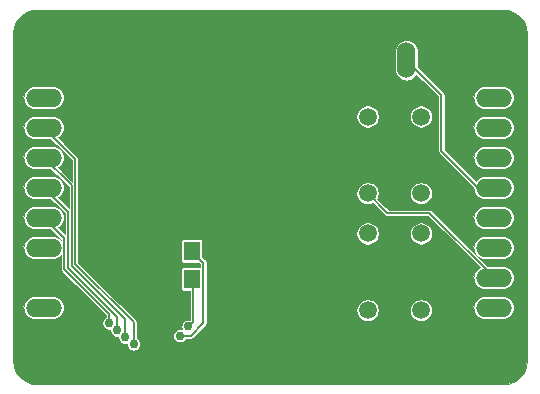
<source format=gbr>
%TF.GenerationSoftware,KiCad,Pcbnew,(5.1.10)-1*%
%TF.CreationDate,2022-10-31T15:34:45+09:00*%
%TF.ProjectId,IM920sL_module,494d3932-3073-44c5-9f6d-6f64756c652e,rev?*%
%TF.SameCoordinates,Original*%
%TF.FileFunction,Copper,L2,Bot*%
%TF.FilePolarity,Positive*%
%FSLAX46Y46*%
G04 Gerber Fmt 4.6, Leading zero omitted, Abs format (unit mm)*
G04 Created by KiCad (PCBNEW (5.1.10)-1) date 2022-10-31 15:34:45*
%MOMM*%
%LPD*%
G01*
G04 APERTURE LIST*
%TA.AperFunction,ComponentPad*%
%ADD10O,3.048000X1.524000*%
%TD*%
%TA.AperFunction,ComponentPad*%
%ADD11O,1.524000X3.048000*%
%TD*%
%TA.AperFunction,SMDPad,CuDef*%
%ADD12R,1.400000X1.650000*%
%TD*%
%TA.AperFunction,ComponentPad*%
%ADD13C,1.508000*%
%TD*%
%TA.AperFunction,ViaPad*%
%ADD14C,0.756400*%
%TD*%
%TA.AperFunction,Conductor*%
%ADD15C,0.152400*%
%TD*%
%TA.AperFunction,Conductor*%
%ADD16C,0.076200*%
%TD*%
%TA.AperFunction,Conductor*%
%ADD17C,0.100000*%
%TD*%
G04 APERTURE END LIST*
D10*
%TO.P,JP1,8*%
%TO.N,/RESET*%
X129300612Y-114363600D03*
%TO.P,JP1,7*%
%TO.N,/VCC*%
X129300612Y-111823600D03*
%TO.P,JP1,6*%
%TO.N,/STATUS*%
X129300612Y-109283600D03*
%TO.P,JP1,5*%
%TO.N,/P9*%
X129300612Y-106743600D03*
%TO.P,JP1,4*%
%TO.N,/P7*%
X129300612Y-104203600D03*
%TO.P,JP1,3*%
%TO.N,/P5*%
X129300612Y-101663600D03*
%TO.P,JP1,2*%
%TO.N,/P3*%
X129300612Y-99123600D03*
%TO.P,JP1,1*%
%TO.N,/P1*%
X129300612Y-96583600D03*
%TD*%
%TO.P,JP2,8*%
%TO.N,GND*%
X167400612Y-114363600D03*
%TO.P,JP2,7*%
%TO.N,/REG*%
X167400612Y-111823600D03*
%TO.P,JP2,6*%
%TO.N,Net-(JP2-Pad6)*%
X167400612Y-109283600D03*
%TO.P,JP2,5*%
%TO.N,/P10*%
X167400612Y-106743600D03*
%TO.P,JP2,4*%
%TO.N,/P8*%
X167400612Y-104203600D03*
%TO.P,JP2,3*%
%TO.N,/P6*%
X167400612Y-101663600D03*
%TO.P,JP2,2*%
%TO.N,/P4*%
X167400612Y-99123600D03*
%TO.P,JP2,1*%
%TO.N,/P2*%
X167400612Y-96583600D03*
%TD*%
D11*
%TO.P,AD_MODE1,2*%
%TO.N,/P8*%
X160020612Y-93423600D03*
%TO.P,AD_MODE1,1*%
%TO.N,/VCC*%
X157480612Y-93423600D03*
%TD*%
D12*
%TO.P,R2,RIGHT*%
%TO.N,/VCC*%
X139230000Y-109560000D03*
%TO.P,R2,LEFT*%
%TO.N,/P9*%
X141830000Y-109560000D03*
%TD*%
%TO.P,R3,RIGHT*%
%TO.N,/VCC*%
X139230000Y-111960000D03*
%TO.P,R3,LEFT*%
%TO.N,/P10*%
X141830000Y-111960000D03*
%TD*%
D13*
%TO.P,SW1,REG*%
%TO.N,/REG*%
X156730612Y-104693600D03*
%TO.P,SW1,T3*%
%TO.N,N/C*%
X156730612Y-98193600D03*
%TO.P,SW1,T2*%
%TO.N,GND*%
X161230612Y-104693600D03*
%TO.P,SW1,T1*%
%TO.N,N/C*%
X161230612Y-98193600D03*
%TD*%
%TO.P,SW2,RESET*%
%TO.N,/RESET*%
X156730612Y-114593600D03*
%TO.P,SW2,T3*%
%TO.N,N/C*%
X156730612Y-108093600D03*
%TO.P,SW2,T2*%
%TO.N,GND*%
X161230612Y-114593600D03*
%TO.P,SW2,T1*%
%TO.N,N/C*%
X161230612Y-108093600D03*
%TD*%
D14*
%TO.N,/P9*%
X134830612Y-115673600D03*
X140830612Y-116754200D03*
%TO.N,/P7*%
X135509049Y-116280400D03*
%TO.N,/P5*%
X136189487Y-116885200D03*
%TO.N,/P3*%
X136908468Y-117451457D03*
%TO.N,/P10*%
X141530612Y-115954200D03*
%TD*%
D15*
%TO.N,/P9*%
X140830612Y-116754200D02*
X141750012Y-116754200D01*
X141750012Y-116754200D02*
X142830612Y-115673600D01*
X134830612Y-114910612D02*
X134830612Y-115673600D01*
X131053212Y-111133212D02*
X134830612Y-114910612D01*
X131053212Y-108496200D02*
X131053212Y-111133212D01*
X129300612Y-106743600D02*
X131053212Y-108496200D01*
X142830612Y-110560612D02*
X141830000Y-109560000D01*
X142830612Y-115673600D02*
X142830612Y-110560612D01*
%TO.N,/P7*%
X131358012Y-106261000D02*
X129300612Y-104203600D01*
X131358012Y-106261000D02*
X131358012Y-110988012D01*
X135509049Y-115139049D02*
X135509049Y-116280400D01*
X131358012Y-110988012D02*
X135509049Y-115139049D01*
%TO.N,/P5*%
X131662812Y-104025800D02*
X129300612Y-101663600D01*
X131675802Y-104075802D02*
X131675803Y-110829595D01*
X131662812Y-104062812D02*
X131675802Y-104075802D01*
X131662812Y-104025800D02*
X131662812Y-104062812D01*
X136189487Y-115343279D02*
X136189487Y-116885200D01*
X131675803Y-110829595D02*
X136189487Y-115343279D01*
%TO.N,/P3*%
X136908468Y-117451457D02*
X136908468Y-115631194D01*
X131980612Y-101803600D02*
X129300612Y-99123600D01*
X131980612Y-110703338D02*
X136908468Y-115631194D01*
X131980612Y-101803600D02*
X131980612Y-110703338D01*
%TO.N,/REG*%
X167400612Y-111823600D02*
X167400612Y-111790612D01*
X167400612Y-111790612D02*
X161960000Y-106350000D01*
X158387012Y-106350000D02*
X156730612Y-104693600D01*
X161960000Y-106350000D02*
X158387012Y-106350000D01*
%TO.N,/P10*%
X141530612Y-115954200D02*
X141930000Y-115554812D01*
X141930000Y-112060000D02*
X141830000Y-111960000D01*
X141930000Y-115554812D02*
X141930000Y-112060000D01*
%TO.N,/P8*%
X160020612Y-93423600D02*
X162980612Y-96383600D01*
X162980612Y-96383600D02*
X162980612Y-101103600D01*
X162980612Y-101103600D02*
X166080612Y-104203600D01*
X166080612Y-104203600D02*
X167400612Y-104203600D01*
%TD*%
D16*
%TO.N,/VCC*%
X168636154Y-89203886D02*
X168997981Y-89313128D01*
X169331696Y-89490569D01*
X169624594Y-89729450D01*
X169865510Y-90020668D01*
X170045277Y-90353140D01*
X170157042Y-90714194D01*
X170196861Y-91093048D01*
X170196899Y-91103821D01*
X170196900Y-91103831D01*
X170196899Y-118900512D01*
X170159714Y-119279754D01*
X170050472Y-119641580D01*
X169873031Y-119975297D01*
X169634150Y-120268194D01*
X169342932Y-120509110D01*
X169010461Y-120688876D01*
X168649406Y-120800642D01*
X168270552Y-120840461D01*
X168259779Y-120840499D01*
X128683088Y-120840499D01*
X128303846Y-120803314D01*
X127942020Y-120694072D01*
X127608303Y-120516631D01*
X127315406Y-120277750D01*
X127074490Y-119986532D01*
X126894724Y-119654061D01*
X126782958Y-119293006D01*
X126743139Y-118914152D01*
X126743101Y-118903379D01*
X126743101Y-114363600D01*
X127581504Y-114363600D01*
X127599895Y-114550323D01*
X127654360Y-114729869D01*
X127742806Y-114895341D01*
X127861834Y-115040378D01*
X128006871Y-115159406D01*
X128172343Y-115247852D01*
X128351889Y-115302317D01*
X128491827Y-115316100D01*
X130109397Y-115316100D01*
X130249335Y-115302317D01*
X130428881Y-115247852D01*
X130594353Y-115159406D01*
X130739390Y-115040378D01*
X130858418Y-114895341D01*
X130946864Y-114729869D01*
X131001329Y-114550323D01*
X131019720Y-114363600D01*
X131001329Y-114176877D01*
X130946864Y-113997331D01*
X130858418Y-113831859D01*
X130739390Y-113686822D01*
X130594353Y-113567794D01*
X130428881Y-113479348D01*
X130249335Y-113424883D01*
X130109397Y-113411100D01*
X128491827Y-113411100D01*
X128351889Y-113424883D01*
X128172343Y-113479348D01*
X128006871Y-113567794D01*
X127861834Y-113686822D01*
X127742806Y-113831859D01*
X127654360Y-113997331D01*
X127599895Y-114176877D01*
X127581504Y-114363600D01*
X126743101Y-114363600D01*
X126743101Y-99123600D01*
X127581504Y-99123600D01*
X127599895Y-99310323D01*
X127654360Y-99489869D01*
X127742806Y-99655341D01*
X127861834Y-99800378D01*
X128006871Y-99919406D01*
X128172343Y-100007852D01*
X128351889Y-100062317D01*
X128491827Y-100076100D01*
X129875942Y-100076100D01*
X131713912Y-101914070D01*
X131713912Y-103699730D01*
X130515653Y-102501471D01*
X130594353Y-102459406D01*
X130739390Y-102340378D01*
X130858418Y-102195341D01*
X130946864Y-102029869D01*
X131001329Y-101850323D01*
X131019720Y-101663600D01*
X131001329Y-101476877D01*
X130946864Y-101297331D01*
X130858418Y-101131859D01*
X130739390Y-100986822D01*
X130594353Y-100867794D01*
X130428881Y-100779348D01*
X130249335Y-100724883D01*
X130109397Y-100711100D01*
X128491827Y-100711100D01*
X128351889Y-100724883D01*
X128172343Y-100779348D01*
X128006871Y-100867794D01*
X127861834Y-100986822D01*
X127742806Y-101131859D01*
X127654360Y-101297331D01*
X127599895Y-101476877D01*
X127581504Y-101663600D01*
X127599895Y-101850323D01*
X127654360Y-102029869D01*
X127742806Y-102195341D01*
X127861834Y-102340378D01*
X128006871Y-102459406D01*
X128172343Y-102547852D01*
X128351889Y-102602317D01*
X128491827Y-102616100D01*
X129875942Y-102616100D01*
X131409102Y-104149260D01*
X131409103Y-105934920D01*
X130515654Y-105041471D01*
X130594353Y-104999406D01*
X130739390Y-104880378D01*
X130858418Y-104735341D01*
X130946864Y-104569869D01*
X131001329Y-104390323D01*
X131019720Y-104203600D01*
X131001329Y-104016877D01*
X130946864Y-103837331D01*
X130858418Y-103671859D01*
X130739390Y-103526822D01*
X130594353Y-103407794D01*
X130428881Y-103319348D01*
X130249335Y-103264883D01*
X130109397Y-103251100D01*
X128491827Y-103251100D01*
X128351889Y-103264883D01*
X128172343Y-103319348D01*
X128006871Y-103407794D01*
X127861834Y-103526822D01*
X127742806Y-103671859D01*
X127654360Y-103837331D01*
X127599895Y-104016877D01*
X127581504Y-104203600D01*
X127599895Y-104390323D01*
X127654360Y-104569869D01*
X127742806Y-104735341D01*
X127861834Y-104880378D01*
X128006871Y-104999406D01*
X128172343Y-105087852D01*
X128351889Y-105142317D01*
X128491827Y-105156100D01*
X129875942Y-105156100D01*
X131091312Y-106371471D01*
X131091312Y-108157129D01*
X130515654Y-107581471D01*
X130594353Y-107539406D01*
X130739390Y-107420378D01*
X130858418Y-107275341D01*
X130946864Y-107109869D01*
X131001329Y-106930323D01*
X131019720Y-106743600D01*
X131001329Y-106556877D01*
X130946864Y-106377331D01*
X130858418Y-106211859D01*
X130739390Y-106066822D01*
X130594353Y-105947794D01*
X130428881Y-105859348D01*
X130249335Y-105804883D01*
X130109397Y-105791100D01*
X128491827Y-105791100D01*
X128351889Y-105804883D01*
X128172343Y-105859348D01*
X128006871Y-105947794D01*
X127861834Y-106066822D01*
X127742806Y-106211859D01*
X127654360Y-106377331D01*
X127599895Y-106556877D01*
X127581504Y-106743600D01*
X127599895Y-106930323D01*
X127654360Y-107109869D01*
X127742806Y-107275341D01*
X127861834Y-107420378D01*
X128006871Y-107539406D01*
X128172343Y-107627852D01*
X128351889Y-107682317D01*
X128491827Y-107696100D01*
X129875942Y-107696100D01*
X130786512Y-108606671D01*
X130786512Y-108664241D01*
X130739390Y-108606822D01*
X130594353Y-108487794D01*
X130428881Y-108399348D01*
X130249335Y-108344883D01*
X130109397Y-108331100D01*
X128491827Y-108331100D01*
X128351889Y-108344883D01*
X128172343Y-108399348D01*
X128006871Y-108487794D01*
X127861834Y-108606822D01*
X127742806Y-108751859D01*
X127654360Y-108917331D01*
X127599895Y-109096877D01*
X127581504Y-109283600D01*
X127599895Y-109470323D01*
X127654360Y-109649869D01*
X127742806Y-109815341D01*
X127861834Y-109960378D01*
X128006871Y-110079406D01*
X128172343Y-110167852D01*
X128351889Y-110222317D01*
X128491827Y-110236100D01*
X130109397Y-110236100D01*
X130249335Y-110222317D01*
X130428881Y-110167852D01*
X130594353Y-110079406D01*
X130739390Y-109960378D01*
X130786513Y-109902959D01*
X130786513Y-111120106D01*
X130785222Y-111133212D01*
X130789586Y-111177510D01*
X130790372Y-111185494D01*
X130805623Y-111235767D01*
X130830387Y-111282099D01*
X130863715Y-111322710D01*
X130873891Y-111331061D01*
X134563912Y-115021082D01*
X134563912Y-115168513D01*
X134561231Y-115169624D01*
X134468087Y-115231862D01*
X134388874Y-115311075D01*
X134326636Y-115404219D01*
X134283767Y-115507716D01*
X134261912Y-115617588D01*
X134261912Y-115729612D01*
X134283767Y-115839484D01*
X134326636Y-115942981D01*
X134388874Y-116036125D01*
X134468087Y-116115338D01*
X134561231Y-116177576D01*
X134664728Y-116220445D01*
X134774600Y-116242300D01*
X134886624Y-116242300D01*
X134940349Y-116231613D01*
X134940349Y-116336412D01*
X134962204Y-116446284D01*
X135005073Y-116549781D01*
X135067311Y-116642925D01*
X135146524Y-116722138D01*
X135239668Y-116784376D01*
X135343165Y-116827245D01*
X135453037Y-116849100D01*
X135565061Y-116849100D01*
X135620787Y-116838015D01*
X135620787Y-116941212D01*
X135642642Y-117051084D01*
X135685511Y-117154581D01*
X135747749Y-117247725D01*
X135826962Y-117326938D01*
X135920106Y-117389176D01*
X136023603Y-117432045D01*
X136133475Y-117453900D01*
X136245499Y-117453900D01*
X136339768Y-117435149D01*
X136339768Y-117507469D01*
X136361623Y-117617341D01*
X136404492Y-117720838D01*
X136466730Y-117813982D01*
X136545943Y-117893195D01*
X136639087Y-117955433D01*
X136742584Y-117998302D01*
X136852456Y-118020157D01*
X136964480Y-118020157D01*
X137074352Y-117998302D01*
X137177849Y-117955433D01*
X137270993Y-117893195D01*
X137350206Y-117813982D01*
X137412444Y-117720838D01*
X137455313Y-117617341D01*
X137477168Y-117507469D01*
X137477168Y-117395445D01*
X137455313Y-117285573D01*
X137412444Y-117182076D01*
X137350206Y-117088932D01*
X137270993Y-117009719D01*
X137177849Y-116947481D01*
X137175168Y-116946371D01*
X137175168Y-116698188D01*
X140261912Y-116698188D01*
X140261912Y-116810212D01*
X140283767Y-116920084D01*
X140326636Y-117023581D01*
X140388874Y-117116725D01*
X140468087Y-117195938D01*
X140561231Y-117258176D01*
X140664728Y-117301045D01*
X140774600Y-117322900D01*
X140886624Y-117322900D01*
X140996496Y-117301045D01*
X141099993Y-117258176D01*
X141193137Y-117195938D01*
X141272350Y-117116725D01*
X141334588Y-117023581D01*
X141335698Y-117020900D01*
X141736916Y-117020900D01*
X141750012Y-117022190D01*
X141763108Y-117020900D01*
X141763110Y-117020900D01*
X141802294Y-117017041D01*
X141852567Y-117001790D01*
X141898899Y-116977026D01*
X141939510Y-116943698D01*
X141947866Y-116933516D01*
X143009928Y-115871454D01*
X143020110Y-115863098D01*
X143053438Y-115822487D01*
X143078202Y-115776155D01*
X143093453Y-115725882D01*
X143097312Y-115686698D01*
X143097312Y-115686697D01*
X143098602Y-115673601D01*
X143097312Y-115660505D01*
X143097312Y-114500575D01*
X155786112Y-114500575D01*
X155786112Y-114686625D01*
X155822409Y-114869100D01*
X155893607Y-115040989D01*
X155996971Y-115195684D01*
X156128528Y-115327241D01*
X156283223Y-115430605D01*
X156455112Y-115501803D01*
X156637587Y-115538100D01*
X156823637Y-115538100D01*
X157006112Y-115501803D01*
X157178001Y-115430605D01*
X157332696Y-115327241D01*
X157464253Y-115195684D01*
X157567617Y-115040989D01*
X157638815Y-114869100D01*
X157675112Y-114686625D01*
X157675112Y-114500575D01*
X160286112Y-114500575D01*
X160286112Y-114686625D01*
X160322409Y-114869100D01*
X160393607Y-115040989D01*
X160496971Y-115195684D01*
X160628528Y-115327241D01*
X160783223Y-115430605D01*
X160955112Y-115501803D01*
X161137587Y-115538100D01*
X161323637Y-115538100D01*
X161506112Y-115501803D01*
X161678001Y-115430605D01*
X161832696Y-115327241D01*
X161964253Y-115195684D01*
X162067617Y-115040989D01*
X162138815Y-114869100D01*
X162175112Y-114686625D01*
X162175112Y-114500575D01*
X162147866Y-114363600D01*
X165681504Y-114363600D01*
X165699895Y-114550323D01*
X165754360Y-114729869D01*
X165842806Y-114895341D01*
X165961834Y-115040378D01*
X166106871Y-115159406D01*
X166272343Y-115247852D01*
X166451889Y-115302317D01*
X166591827Y-115316100D01*
X168209397Y-115316100D01*
X168349335Y-115302317D01*
X168528881Y-115247852D01*
X168694353Y-115159406D01*
X168839390Y-115040378D01*
X168958418Y-114895341D01*
X169046864Y-114729869D01*
X169101329Y-114550323D01*
X169119720Y-114363600D01*
X169101329Y-114176877D01*
X169046864Y-113997331D01*
X168958418Y-113831859D01*
X168839390Y-113686822D01*
X168694353Y-113567794D01*
X168528881Y-113479348D01*
X168349335Y-113424883D01*
X168209397Y-113411100D01*
X166591827Y-113411100D01*
X166451889Y-113424883D01*
X166272343Y-113479348D01*
X166106871Y-113567794D01*
X165961834Y-113686822D01*
X165842806Y-113831859D01*
X165754360Y-113997331D01*
X165699895Y-114176877D01*
X165681504Y-114363600D01*
X162147866Y-114363600D01*
X162138815Y-114318100D01*
X162067617Y-114146211D01*
X161964253Y-113991516D01*
X161832696Y-113859959D01*
X161678001Y-113756595D01*
X161506112Y-113685397D01*
X161323637Y-113649100D01*
X161137587Y-113649100D01*
X160955112Y-113685397D01*
X160783223Y-113756595D01*
X160628528Y-113859959D01*
X160496971Y-113991516D01*
X160393607Y-114146211D01*
X160322409Y-114318100D01*
X160286112Y-114500575D01*
X157675112Y-114500575D01*
X157638815Y-114318100D01*
X157567617Y-114146211D01*
X157464253Y-113991516D01*
X157332696Y-113859959D01*
X157178001Y-113756595D01*
X157006112Y-113685397D01*
X156823637Y-113649100D01*
X156637587Y-113649100D01*
X156455112Y-113685397D01*
X156283223Y-113756595D01*
X156128528Y-113859959D01*
X155996971Y-113991516D01*
X155893607Y-114146211D01*
X155822409Y-114318100D01*
X155786112Y-114500575D01*
X143097312Y-114500575D01*
X143097312Y-110573707D01*
X143098602Y-110560611D01*
X143094637Y-110520355D01*
X143093453Y-110508330D01*
X143078202Y-110458057D01*
X143053438Y-110411725D01*
X143020110Y-110371114D01*
X143009933Y-110362762D01*
X142721421Y-110074250D01*
X142721421Y-108735000D01*
X142717743Y-108697656D01*
X142706850Y-108661746D01*
X142689161Y-108628652D01*
X142665355Y-108599645D01*
X142636348Y-108575839D01*
X142603254Y-108558150D01*
X142567344Y-108547257D01*
X142530000Y-108543579D01*
X141130000Y-108543579D01*
X141092656Y-108547257D01*
X141056746Y-108558150D01*
X141023652Y-108575839D01*
X140994645Y-108599645D01*
X140970839Y-108628652D01*
X140953150Y-108661746D01*
X140942257Y-108697656D01*
X140938579Y-108735000D01*
X140938579Y-110385000D01*
X140942257Y-110422344D01*
X140953150Y-110458254D01*
X140970839Y-110491348D01*
X140994645Y-110520355D01*
X141023652Y-110544161D01*
X141056746Y-110561850D01*
X141092656Y-110572743D01*
X141130000Y-110576421D01*
X142469250Y-110576421D01*
X142563913Y-110671084D01*
X142563913Y-110946919D01*
X142530000Y-110943579D01*
X141130000Y-110943579D01*
X141092656Y-110947257D01*
X141056746Y-110958150D01*
X141023652Y-110975839D01*
X140994645Y-110999645D01*
X140970839Y-111028652D01*
X140953150Y-111061746D01*
X140942257Y-111097656D01*
X140938579Y-111135000D01*
X140938579Y-112785000D01*
X140942257Y-112822344D01*
X140953150Y-112858254D01*
X140970839Y-112891348D01*
X140994645Y-112920355D01*
X141023652Y-112944161D01*
X141056746Y-112961850D01*
X141092656Y-112972743D01*
X141130000Y-112976421D01*
X141663301Y-112976421D01*
X141663300Y-115400752D01*
X141586624Y-115385500D01*
X141474600Y-115385500D01*
X141364728Y-115407355D01*
X141261231Y-115450224D01*
X141168087Y-115512462D01*
X141088874Y-115591675D01*
X141026636Y-115684819D01*
X140983767Y-115788316D01*
X140961912Y-115898188D01*
X140961912Y-116010212D01*
X140983767Y-116120084D01*
X141024765Y-116219064D01*
X140996496Y-116207355D01*
X140886624Y-116185500D01*
X140774600Y-116185500D01*
X140664728Y-116207355D01*
X140561231Y-116250224D01*
X140468087Y-116312462D01*
X140388874Y-116391675D01*
X140326636Y-116484819D01*
X140283767Y-116588316D01*
X140261912Y-116698188D01*
X137175168Y-116698188D01*
X137175168Y-115644290D01*
X137176458Y-115631194D01*
X137175118Y-115617588D01*
X137171309Y-115578912D01*
X137156058Y-115528639D01*
X137156058Y-115528638D01*
X137141714Y-115501803D01*
X137131294Y-115482307D01*
X137097966Y-115441696D01*
X137087790Y-115433345D01*
X132247312Y-110592868D01*
X132247312Y-108000575D01*
X155786112Y-108000575D01*
X155786112Y-108186625D01*
X155822409Y-108369100D01*
X155893607Y-108540989D01*
X155996971Y-108695684D01*
X156128528Y-108827241D01*
X156283223Y-108930605D01*
X156455112Y-109001803D01*
X156637587Y-109038100D01*
X156823637Y-109038100D01*
X157006112Y-109001803D01*
X157178001Y-108930605D01*
X157332696Y-108827241D01*
X157464253Y-108695684D01*
X157567617Y-108540989D01*
X157638815Y-108369100D01*
X157675112Y-108186625D01*
X157675112Y-108000575D01*
X160286112Y-108000575D01*
X160286112Y-108186625D01*
X160322409Y-108369100D01*
X160393607Y-108540989D01*
X160496971Y-108695684D01*
X160628528Y-108827241D01*
X160783223Y-108930605D01*
X160955112Y-109001803D01*
X161137587Y-109038100D01*
X161323637Y-109038100D01*
X161506112Y-109001803D01*
X161678001Y-108930605D01*
X161832696Y-108827241D01*
X161964253Y-108695684D01*
X162067617Y-108540989D01*
X162138815Y-108369100D01*
X162175112Y-108186625D01*
X162175112Y-108000575D01*
X162138815Y-107818100D01*
X162067617Y-107646211D01*
X161964253Y-107491516D01*
X161832696Y-107359959D01*
X161678001Y-107256595D01*
X161506112Y-107185397D01*
X161323637Y-107149100D01*
X161137587Y-107149100D01*
X160955112Y-107185397D01*
X160783223Y-107256595D01*
X160628528Y-107359959D01*
X160496971Y-107491516D01*
X160393607Y-107646211D01*
X160322409Y-107818100D01*
X160286112Y-108000575D01*
X157675112Y-108000575D01*
X157638815Y-107818100D01*
X157567617Y-107646211D01*
X157464253Y-107491516D01*
X157332696Y-107359959D01*
X157178001Y-107256595D01*
X157006112Y-107185397D01*
X156823637Y-107149100D01*
X156637587Y-107149100D01*
X156455112Y-107185397D01*
X156283223Y-107256595D01*
X156128528Y-107359959D01*
X155996971Y-107491516D01*
X155893607Y-107646211D01*
X155822409Y-107818100D01*
X155786112Y-108000575D01*
X132247312Y-108000575D01*
X132247312Y-104600575D01*
X155786112Y-104600575D01*
X155786112Y-104786625D01*
X155822409Y-104969100D01*
X155893607Y-105140989D01*
X155996971Y-105295684D01*
X156128528Y-105427241D01*
X156283223Y-105530605D01*
X156455112Y-105601803D01*
X156637587Y-105638100D01*
X156823637Y-105638100D01*
X157006112Y-105601803D01*
X157178001Y-105530605D01*
X157185462Y-105525620D01*
X158189158Y-106529316D01*
X158197514Y-106539498D01*
X158238125Y-106572826D01*
X158284457Y-106597590D01*
X158334730Y-106612841D01*
X158373914Y-106616700D01*
X158373915Y-106616700D01*
X158387011Y-106617990D01*
X158400107Y-106616700D01*
X161849530Y-106616700D01*
X166207068Y-110974238D01*
X166106871Y-111027794D01*
X165961834Y-111146822D01*
X165842806Y-111291859D01*
X165754360Y-111457331D01*
X165699895Y-111636877D01*
X165681504Y-111823600D01*
X165699895Y-112010323D01*
X165754360Y-112189869D01*
X165842806Y-112355341D01*
X165961834Y-112500378D01*
X166106871Y-112619406D01*
X166272343Y-112707852D01*
X166451889Y-112762317D01*
X166591827Y-112776100D01*
X168209397Y-112776100D01*
X168349335Y-112762317D01*
X168528881Y-112707852D01*
X168694353Y-112619406D01*
X168839390Y-112500378D01*
X168958418Y-112355341D01*
X169046864Y-112189869D01*
X169101329Y-112010323D01*
X169119720Y-111823600D01*
X169101329Y-111636877D01*
X169046864Y-111457331D01*
X168958418Y-111291859D01*
X168839390Y-111146822D01*
X168694353Y-111027794D01*
X168528881Y-110939348D01*
X168349335Y-110884883D01*
X168209397Y-110871100D01*
X166858270Y-110871100D01*
X165270770Y-109283600D01*
X165681504Y-109283600D01*
X165699895Y-109470323D01*
X165754360Y-109649869D01*
X165842806Y-109815341D01*
X165961834Y-109960378D01*
X166106871Y-110079406D01*
X166272343Y-110167852D01*
X166451889Y-110222317D01*
X166591827Y-110236100D01*
X168209397Y-110236100D01*
X168349335Y-110222317D01*
X168528881Y-110167852D01*
X168694353Y-110079406D01*
X168839390Y-109960378D01*
X168958418Y-109815341D01*
X169046864Y-109649869D01*
X169101329Y-109470323D01*
X169119720Y-109283600D01*
X169101329Y-109096877D01*
X169046864Y-108917331D01*
X168958418Y-108751859D01*
X168839390Y-108606822D01*
X168694353Y-108487794D01*
X168528881Y-108399348D01*
X168349335Y-108344883D01*
X168209397Y-108331100D01*
X166591827Y-108331100D01*
X166451889Y-108344883D01*
X166272343Y-108399348D01*
X166106871Y-108487794D01*
X165961834Y-108606822D01*
X165842806Y-108751859D01*
X165754360Y-108917331D01*
X165699895Y-109096877D01*
X165681504Y-109283600D01*
X165270770Y-109283600D01*
X162730770Y-106743600D01*
X165681504Y-106743600D01*
X165699895Y-106930323D01*
X165754360Y-107109869D01*
X165842806Y-107275341D01*
X165961834Y-107420378D01*
X166106871Y-107539406D01*
X166272343Y-107627852D01*
X166451889Y-107682317D01*
X166591827Y-107696100D01*
X168209397Y-107696100D01*
X168349335Y-107682317D01*
X168528881Y-107627852D01*
X168694353Y-107539406D01*
X168839390Y-107420378D01*
X168958418Y-107275341D01*
X169046864Y-107109869D01*
X169101329Y-106930323D01*
X169119720Y-106743600D01*
X169101329Y-106556877D01*
X169046864Y-106377331D01*
X168958418Y-106211859D01*
X168839390Y-106066822D01*
X168694353Y-105947794D01*
X168528881Y-105859348D01*
X168349335Y-105804883D01*
X168209397Y-105791100D01*
X166591827Y-105791100D01*
X166451889Y-105804883D01*
X166272343Y-105859348D01*
X166106871Y-105947794D01*
X165961834Y-106066822D01*
X165842806Y-106211859D01*
X165754360Y-106377331D01*
X165699895Y-106556877D01*
X165681504Y-106743600D01*
X162730770Y-106743600D01*
X162157854Y-106170684D01*
X162149498Y-106160502D01*
X162108887Y-106127174D01*
X162062555Y-106102410D01*
X162012282Y-106087159D01*
X161973098Y-106083300D01*
X161973096Y-106083300D01*
X161960000Y-106082010D01*
X161946904Y-106083300D01*
X158497482Y-106083300D01*
X157562632Y-105148450D01*
X157567617Y-105140989D01*
X157638815Y-104969100D01*
X157675112Y-104786625D01*
X157675112Y-104600575D01*
X160286112Y-104600575D01*
X160286112Y-104786625D01*
X160322409Y-104969100D01*
X160393607Y-105140989D01*
X160496971Y-105295684D01*
X160628528Y-105427241D01*
X160783223Y-105530605D01*
X160955112Y-105601803D01*
X161137587Y-105638100D01*
X161323637Y-105638100D01*
X161506112Y-105601803D01*
X161678001Y-105530605D01*
X161832696Y-105427241D01*
X161964253Y-105295684D01*
X162067617Y-105140989D01*
X162138815Y-104969100D01*
X162175112Y-104786625D01*
X162175112Y-104600575D01*
X162138815Y-104418100D01*
X162067617Y-104246211D01*
X161964253Y-104091516D01*
X161832696Y-103959959D01*
X161678001Y-103856595D01*
X161506112Y-103785397D01*
X161323637Y-103749100D01*
X161137587Y-103749100D01*
X160955112Y-103785397D01*
X160783223Y-103856595D01*
X160628528Y-103959959D01*
X160496971Y-104091516D01*
X160393607Y-104246211D01*
X160322409Y-104418100D01*
X160286112Y-104600575D01*
X157675112Y-104600575D01*
X157638815Y-104418100D01*
X157567617Y-104246211D01*
X157464253Y-104091516D01*
X157332696Y-103959959D01*
X157178001Y-103856595D01*
X157006112Y-103785397D01*
X156823637Y-103749100D01*
X156637587Y-103749100D01*
X156455112Y-103785397D01*
X156283223Y-103856595D01*
X156128528Y-103959959D01*
X155996971Y-104091516D01*
X155893607Y-104246211D01*
X155822409Y-104418100D01*
X155786112Y-104600575D01*
X132247312Y-104600575D01*
X132247312Y-101816695D01*
X132248602Y-101803599D01*
X132244914Y-101766155D01*
X132243453Y-101751318D01*
X132228202Y-101701045D01*
X132203438Y-101654713D01*
X132170110Y-101614102D01*
X132159928Y-101605746D01*
X130515653Y-99961471D01*
X130594353Y-99919406D01*
X130739390Y-99800378D01*
X130858418Y-99655341D01*
X130946864Y-99489869D01*
X131001329Y-99310323D01*
X131019720Y-99123600D01*
X131001329Y-98936877D01*
X130946864Y-98757331D01*
X130858418Y-98591859D01*
X130739390Y-98446822D01*
X130594353Y-98327794D01*
X130428881Y-98239348D01*
X130249335Y-98184883D01*
X130109397Y-98171100D01*
X128491827Y-98171100D01*
X128351889Y-98184883D01*
X128172343Y-98239348D01*
X128006871Y-98327794D01*
X127861834Y-98446822D01*
X127742806Y-98591859D01*
X127654360Y-98757331D01*
X127599895Y-98936877D01*
X127581504Y-99123600D01*
X126743101Y-99123600D01*
X126743101Y-98100575D01*
X155786112Y-98100575D01*
X155786112Y-98286625D01*
X155822409Y-98469100D01*
X155893607Y-98640989D01*
X155996971Y-98795684D01*
X156128528Y-98927241D01*
X156283223Y-99030605D01*
X156455112Y-99101803D01*
X156637587Y-99138100D01*
X156823637Y-99138100D01*
X157006112Y-99101803D01*
X157178001Y-99030605D01*
X157332696Y-98927241D01*
X157464253Y-98795684D01*
X157567617Y-98640989D01*
X157638815Y-98469100D01*
X157675112Y-98286625D01*
X157675112Y-98100575D01*
X160286112Y-98100575D01*
X160286112Y-98286625D01*
X160322409Y-98469100D01*
X160393607Y-98640989D01*
X160496971Y-98795684D01*
X160628528Y-98927241D01*
X160783223Y-99030605D01*
X160955112Y-99101803D01*
X161137587Y-99138100D01*
X161323637Y-99138100D01*
X161506112Y-99101803D01*
X161678001Y-99030605D01*
X161832696Y-98927241D01*
X161964253Y-98795684D01*
X162067617Y-98640989D01*
X162138815Y-98469100D01*
X162175112Y-98286625D01*
X162175112Y-98100575D01*
X162138815Y-97918100D01*
X162067617Y-97746211D01*
X161964253Y-97591516D01*
X161832696Y-97459959D01*
X161678001Y-97356595D01*
X161506112Y-97285397D01*
X161323637Y-97249100D01*
X161137587Y-97249100D01*
X160955112Y-97285397D01*
X160783223Y-97356595D01*
X160628528Y-97459959D01*
X160496971Y-97591516D01*
X160393607Y-97746211D01*
X160322409Y-97918100D01*
X160286112Y-98100575D01*
X157675112Y-98100575D01*
X157638815Y-97918100D01*
X157567617Y-97746211D01*
X157464253Y-97591516D01*
X157332696Y-97459959D01*
X157178001Y-97356595D01*
X157006112Y-97285397D01*
X156823637Y-97249100D01*
X156637587Y-97249100D01*
X156455112Y-97285397D01*
X156283223Y-97356595D01*
X156128528Y-97459959D01*
X155996971Y-97591516D01*
X155893607Y-97746211D01*
X155822409Y-97918100D01*
X155786112Y-98100575D01*
X126743101Y-98100575D01*
X126743101Y-96583600D01*
X127581504Y-96583600D01*
X127599895Y-96770323D01*
X127654360Y-96949869D01*
X127742806Y-97115341D01*
X127861834Y-97260378D01*
X128006871Y-97379406D01*
X128172343Y-97467852D01*
X128351889Y-97522317D01*
X128491827Y-97536100D01*
X130109397Y-97536100D01*
X130249335Y-97522317D01*
X130428881Y-97467852D01*
X130594353Y-97379406D01*
X130739390Y-97260378D01*
X130858418Y-97115341D01*
X130946864Y-96949869D01*
X131001329Y-96770323D01*
X131019720Y-96583600D01*
X131001329Y-96396877D01*
X130946864Y-96217331D01*
X130858418Y-96051859D01*
X130739390Y-95906822D01*
X130594353Y-95787794D01*
X130428881Y-95699348D01*
X130249335Y-95644883D01*
X130109397Y-95631100D01*
X128491827Y-95631100D01*
X128351889Y-95644883D01*
X128172343Y-95699348D01*
X128006871Y-95787794D01*
X127861834Y-95906822D01*
X127742806Y-96051859D01*
X127654360Y-96217331D01*
X127599895Y-96396877D01*
X127581504Y-96583600D01*
X126743101Y-96583600D01*
X126743101Y-92614816D01*
X159068112Y-92614816D01*
X159068113Y-94232385D01*
X159081896Y-94372323D01*
X159136361Y-94551869D01*
X159224807Y-94717341D01*
X159343835Y-94862378D01*
X159488872Y-94981406D01*
X159654344Y-95069852D01*
X159833890Y-95124317D01*
X160020612Y-95142708D01*
X160207335Y-95124317D01*
X160386881Y-95069852D01*
X160552353Y-94981406D01*
X160697390Y-94862378D01*
X160816418Y-94717341D01*
X160858483Y-94638641D01*
X162713912Y-96494070D01*
X162713913Y-101090494D01*
X162712622Y-101103600D01*
X162715406Y-101131859D01*
X162717772Y-101155882D01*
X162733023Y-101206155D01*
X162757787Y-101252487D01*
X162791115Y-101293098D01*
X162801291Y-101301449D01*
X165683471Y-104183630D01*
X165681504Y-104203600D01*
X165699895Y-104390323D01*
X165754360Y-104569869D01*
X165842806Y-104735341D01*
X165961834Y-104880378D01*
X166106871Y-104999406D01*
X166272343Y-105087852D01*
X166451889Y-105142317D01*
X166591827Y-105156100D01*
X168209397Y-105156100D01*
X168349335Y-105142317D01*
X168528881Y-105087852D01*
X168694353Y-104999406D01*
X168839390Y-104880378D01*
X168958418Y-104735341D01*
X169046864Y-104569869D01*
X169101329Y-104390323D01*
X169119720Y-104203600D01*
X169101329Y-104016877D01*
X169046864Y-103837331D01*
X168958418Y-103671859D01*
X168839390Y-103526822D01*
X168694353Y-103407794D01*
X168528881Y-103319348D01*
X168349335Y-103264883D01*
X168209397Y-103251100D01*
X166591827Y-103251100D01*
X166451889Y-103264883D01*
X166272343Y-103319348D01*
X166106871Y-103407794D01*
X165961834Y-103526822D01*
X165880325Y-103626142D01*
X163917783Y-101663600D01*
X165681504Y-101663600D01*
X165699895Y-101850323D01*
X165754360Y-102029869D01*
X165842806Y-102195341D01*
X165961834Y-102340378D01*
X166106871Y-102459406D01*
X166272343Y-102547852D01*
X166451889Y-102602317D01*
X166591827Y-102616100D01*
X168209397Y-102616100D01*
X168349335Y-102602317D01*
X168528881Y-102547852D01*
X168694353Y-102459406D01*
X168839390Y-102340378D01*
X168958418Y-102195341D01*
X169046864Y-102029869D01*
X169101329Y-101850323D01*
X169119720Y-101663600D01*
X169101329Y-101476877D01*
X169046864Y-101297331D01*
X168958418Y-101131859D01*
X168839390Y-100986822D01*
X168694353Y-100867794D01*
X168528881Y-100779348D01*
X168349335Y-100724883D01*
X168209397Y-100711100D01*
X166591827Y-100711100D01*
X166451889Y-100724883D01*
X166272343Y-100779348D01*
X166106871Y-100867794D01*
X165961834Y-100986822D01*
X165842806Y-101131859D01*
X165754360Y-101297331D01*
X165699895Y-101476877D01*
X165681504Y-101663600D01*
X163917783Y-101663600D01*
X163247312Y-100993130D01*
X163247312Y-99123600D01*
X165681504Y-99123600D01*
X165699895Y-99310323D01*
X165754360Y-99489869D01*
X165842806Y-99655341D01*
X165961834Y-99800378D01*
X166106871Y-99919406D01*
X166272343Y-100007852D01*
X166451889Y-100062317D01*
X166591827Y-100076100D01*
X168209397Y-100076100D01*
X168349335Y-100062317D01*
X168528881Y-100007852D01*
X168694353Y-99919406D01*
X168839390Y-99800378D01*
X168958418Y-99655341D01*
X169046864Y-99489869D01*
X169101329Y-99310323D01*
X169119720Y-99123600D01*
X169101329Y-98936877D01*
X169046864Y-98757331D01*
X168958418Y-98591859D01*
X168839390Y-98446822D01*
X168694353Y-98327794D01*
X168528881Y-98239348D01*
X168349335Y-98184883D01*
X168209397Y-98171100D01*
X166591827Y-98171100D01*
X166451889Y-98184883D01*
X166272343Y-98239348D01*
X166106871Y-98327794D01*
X165961834Y-98446822D01*
X165842806Y-98591859D01*
X165754360Y-98757331D01*
X165699895Y-98936877D01*
X165681504Y-99123600D01*
X163247312Y-99123600D01*
X163247312Y-96583600D01*
X165681504Y-96583600D01*
X165699895Y-96770323D01*
X165754360Y-96949869D01*
X165842806Y-97115341D01*
X165961834Y-97260378D01*
X166106871Y-97379406D01*
X166272343Y-97467852D01*
X166451889Y-97522317D01*
X166591827Y-97536100D01*
X168209397Y-97536100D01*
X168349335Y-97522317D01*
X168528881Y-97467852D01*
X168694353Y-97379406D01*
X168839390Y-97260378D01*
X168958418Y-97115341D01*
X169046864Y-96949869D01*
X169101329Y-96770323D01*
X169119720Y-96583600D01*
X169101329Y-96396877D01*
X169046864Y-96217331D01*
X168958418Y-96051859D01*
X168839390Y-95906822D01*
X168694353Y-95787794D01*
X168528881Y-95699348D01*
X168349335Y-95644883D01*
X168209397Y-95631100D01*
X166591827Y-95631100D01*
X166451889Y-95644883D01*
X166272343Y-95699348D01*
X166106871Y-95787794D01*
X165961834Y-95906822D01*
X165842806Y-96051859D01*
X165754360Y-96217331D01*
X165699895Y-96396877D01*
X165681504Y-96583600D01*
X163247312Y-96583600D01*
X163247312Y-96396695D01*
X163248602Y-96383599D01*
X163247312Y-96370502D01*
X163243453Y-96331318D01*
X163228202Y-96281045D01*
X163203438Y-96234713D01*
X163170110Y-96194102D01*
X163159928Y-96185746D01*
X160973112Y-93998930D01*
X160973112Y-92614815D01*
X160959329Y-92474877D01*
X160904864Y-92295331D01*
X160816418Y-92129859D01*
X160697390Y-91984822D01*
X160552353Y-91865794D01*
X160386880Y-91777348D01*
X160207334Y-91722883D01*
X160020612Y-91704492D01*
X159833889Y-91722883D01*
X159654343Y-91777348D01*
X159488871Y-91865794D01*
X159343834Y-91984822D01*
X159224806Y-92129859D01*
X159136360Y-92295332D01*
X159081895Y-92474878D01*
X159068112Y-92614816D01*
X126743101Y-92614816D01*
X126743101Y-91106688D01*
X126780286Y-90727446D01*
X126889528Y-90365619D01*
X127066969Y-90031904D01*
X127305850Y-89739006D01*
X127597068Y-89498090D01*
X127929540Y-89318323D01*
X128290594Y-89206558D01*
X128669448Y-89166739D01*
X128680221Y-89166701D01*
X168256912Y-89166701D01*
X168636154Y-89203886D01*
%TA.AperFunction,Conductor*%
D17*
G36*
X168636154Y-89203886D02*
G01*
X168997981Y-89313128D01*
X169331696Y-89490569D01*
X169624594Y-89729450D01*
X169865510Y-90020668D01*
X170045277Y-90353140D01*
X170157042Y-90714194D01*
X170196861Y-91093048D01*
X170196899Y-91103821D01*
X170196900Y-91103831D01*
X170196899Y-118900512D01*
X170159714Y-119279754D01*
X170050472Y-119641580D01*
X169873031Y-119975297D01*
X169634150Y-120268194D01*
X169342932Y-120509110D01*
X169010461Y-120688876D01*
X168649406Y-120800642D01*
X168270552Y-120840461D01*
X168259779Y-120840499D01*
X128683088Y-120840499D01*
X128303846Y-120803314D01*
X127942020Y-120694072D01*
X127608303Y-120516631D01*
X127315406Y-120277750D01*
X127074490Y-119986532D01*
X126894724Y-119654061D01*
X126782958Y-119293006D01*
X126743139Y-118914152D01*
X126743101Y-118903379D01*
X126743101Y-114363600D01*
X127581504Y-114363600D01*
X127599895Y-114550323D01*
X127654360Y-114729869D01*
X127742806Y-114895341D01*
X127861834Y-115040378D01*
X128006871Y-115159406D01*
X128172343Y-115247852D01*
X128351889Y-115302317D01*
X128491827Y-115316100D01*
X130109397Y-115316100D01*
X130249335Y-115302317D01*
X130428881Y-115247852D01*
X130594353Y-115159406D01*
X130739390Y-115040378D01*
X130858418Y-114895341D01*
X130946864Y-114729869D01*
X131001329Y-114550323D01*
X131019720Y-114363600D01*
X131001329Y-114176877D01*
X130946864Y-113997331D01*
X130858418Y-113831859D01*
X130739390Y-113686822D01*
X130594353Y-113567794D01*
X130428881Y-113479348D01*
X130249335Y-113424883D01*
X130109397Y-113411100D01*
X128491827Y-113411100D01*
X128351889Y-113424883D01*
X128172343Y-113479348D01*
X128006871Y-113567794D01*
X127861834Y-113686822D01*
X127742806Y-113831859D01*
X127654360Y-113997331D01*
X127599895Y-114176877D01*
X127581504Y-114363600D01*
X126743101Y-114363600D01*
X126743101Y-99123600D01*
X127581504Y-99123600D01*
X127599895Y-99310323D01*
X127654360Y-99489869D01*
X127742806Y-99655341D01*
X127861834Y-99800378D01*
X128006871Y-99919406D01*
X128172343Y-100007852D01*
X128351889Y-100062317D01*
X128491827Y-100076100D01*
X129875942Y-100076100D01*
X131713912Y-101914070D01*
X131713912Y-103699730D01*
X130515653Y-102501471D01*
X130594353Y-102459406D01*
X130739390Y-102340378D01*
X130858418Y-102195341D01*
X130946864Y-102029869D01*
X131001329Y-101850323D01*
X131019720Y-101663600D01*
X131001329Y-101476877D01*
X130946864Y-101297331D01*
X130858418Y-101131859D01*
X130739390Y-100986822D01*
X130594353Y-100867794D01*
X130428881Y-100779348D01*
X130249335Y-100724883D01*
X130109397Y-100711100D01*
X128491827Y-100711100D01*
X128351889Y-100724883D01*
X128172343Y-100779348D01*
X128006871Y-100867794D01*
X127861834Y-100986822D01*
X127742806Y-101131859D01*
X127654360Y-101297331D01*
X127599895Y-101476877D01*
X127581504Y-101663600D01*
X127599895Y-101850323D01*
X127654360Y-102029869D01*
X127742806Y-102195341D01*
X127861834Y-102340378D01*
X128006871Y-102459406D01*
X128172343Y-102547852D01*
X128351889Y-102602317D01*
X128491827Y-102616100D01*
X129875942Y-102616100D01*
X131409102Y-104149260D01*
X131409103Y-105934920D01*
X130515654Y-105041471D01*
X130594353Y-104999406D01*
X130739390Y-104880378D01*
X130858418Y-104735341D01*
X130946864Y-104569869D01*
X131001329Y-104390323D01*
X131019720Y-104203600D01*
X131001329Y-104016877D01*
X130946864Y-103837331D01*
X130858418Y-103671859D01*
X130739390Y-103526822D01*
X130594353Y-103407794D01*
X130428881Y-103319348D01*
X130249335Y-103264883D01*
X130109397Y-103251100D01*
X128491827Y-103251100D01*
X128351889Y-103264883D01*
X128172343Y-103319348D01*
X128006871Y-103407794D01*
X127861834Y-103526822D01*
X127742806Y-103671859D01*
X127654360Y-103837331D01*
X127599895Y-104016877D01*
X127581504Y-104203600D01*
X127599895Y-104390323D01*
X127654360Y-104569869D01*
X127742806Y-104735341D01*
X127861834Y-104880378D01*
X128006871Y-104999406D01*
X128172343Y-105087852D01*
X128351889Y-105142317D01*
X128491827Y-105156100D01*
X129875942Y-105156100D01*
X131091312Y-106371471D01*
X131091312Y-108157129D01*
X130515654Y-107581471D01*
X130594353Y-107539406D01*
X130739390Y-107420378D01*
X130858418Y-107275341D01*
X130946864Y-107109869D01*
X131001329Y-106930323D01*
X131019720Y-106743600D01*
X131001329Y-106556877D01*
X130946864Y-106377331D01*
X130858418Y-106211859D01*
X130739390Y-106066822D01*
X130594353Y-105947794D01*
X130428881Y-105859348D01*
X130249335Y-105804883D01*
X130109397Y-105791100D01*
X128491827Y-105791100D01*
X128351889Y-105804883D01*
X128172343Y-105859348D01*
X128006871Y-105947794D01*
X127861834Y-106066822D01*
X127742806Y-106211859D01*
X127654360Y-106377331D01*
X127599895Y-106556877D01*
X127581504Y-106743600D01*
X127599895Y-106930323D01*
X127654360Y-107109869D01*
X127742806Y-107275341D01*
X127861834Y-107420378D01*
X128006871Y-107539406D01*
X128172343Y-107627852D01*
X128351889Y-107682317D01*
X128491827Y-107696100D01*
X129875942Y-107696100D01*
X130786512Y-108606671D01*
X130786512Y-108664241D01*
X130739390Y-108606822D01*
X130594353Y-108487794D01*
X130428881Y-108399348D01*
X130249335Y-108344883D01*
X130109397Y-108331100D01*
X128491827Y-108331100D01*
X128351889Y-108344883D01*
X128172343Y-108399348D01*
X128006871Y-108487794D01*
X127861834Y-108606822D01*
X127742806Y-108751859D01*
X127654360Y-108917331D01*
X127599895Y-109096877D01*
X127581504Y-109283600D01*
X127599895Y-109470323D01*
X127654360Y-109649869D01*
X127742806Y-109815341D01*
X127861834Y-109960378D01*
X128006871Y-110079406D01*
X128172343Y-110167852D01*
X128351889Y-110222317D01*
X128491827Y-110236100D01*
X130109397Y-110236100D01*
X130249335Y-110222317D01*
X130428881Y-110167852D01*
X130594353Y-110079406D01*
X130739390Y-109960378D01*
X130786513Y-109902959D01*
X130786513Y-111120106D01*
X130785222Y-111133212D01*
X130789586Y-111177510D01*
X130790372Y-111185494D01*
X130805623Y-111235767D01*
X130830387Y-111282099D01*
X130863715Y-111322710D01*
X130873891Y-111331061D01*
X134563912Y-115021082D01*
X134563912Y-115168513D01*
X134561231Y-115169624D01*
X134468087Y-115231862D01*
X134388874Y-115311075D01*
X134326636Y-115404219D01*
X134283767Y-115507716D01*
X134261912Y-115617588D01*
X134261912Y-115729612D01*
X134283767Y-115839484D01*
X134326636Y-115942981D01*
X134388874Y-116036125D01*
X134468087Y-116115338D01*
X134561231Y-116177576D01*
X134664728Y-116220445D01*
X134774600Y-116242300D01*
X134886624Y-116242300D01*
X134940349Y-116231613D01*
X134940349Y-116336412D01*
X134962204Y-116446284D01*
X135005073Y-116549781D01*
X135067311Y-116642925D01*
X135146524Y-116722138D01*
X135239668Y-116784376D01*
X135343165Y-116827245D01*
X135453037Y-116849100D01*
X135565061Y-116849100D01*
X135620787Y-116838015D01*
X135620787Y-116941212D01*
X135642642Y-117051084D01*
X135685511Y-117154581D01*
X135747749Y-117247725D01*
X135826962Y-117326938D01*
X135920106Y-117389176D01*
X136023603Y-117432045D01*
X136133475Y-117453900D01*
X136245499Y-117453900D01*
X136339768Y-117435149D01*
X136339768Y-117507469D01*
X136361623Y-117617341D01*
X136404492Y-117720838D01*
X136466730Y-117813982D01*
X136545943Y-117893195D01*
X136639087Y-117955433D01*
X136742584Y-117998302D01*
X136852456Y-118020157D01*
X136964480Y-118020157D01*
X137074352Y-117998302D01*
X137177849Y-117955433D01*
X137270993Y-117893195D01*
X137350206Y-117813982D01*
X137412444Y-117720838D01*
X137455313Y-117617341D01*
X137477168Y-117507469D01*
X137477168Y-117395445D01*
X137455313Y-117285573D01*
X137412444Y-117182076D01*
X137350206Y-117088932D01*
X137270993Y-117009719D01*
X137177849Y-116947481D01*
X137175168Y-116946371D01*
X137175168Y-116698188D01*
X140261912Y-116698188D01*
X140261912Y-116810212D01*
X140283767Y-116920084D01*
X140326636Y-117023581D01*
X140388874Y-117116725D01*
X140468087Y-117195938D01*
X140561231Y-117258176D01*
X140664728Y-117301045D01*
X140774600Y-117322900D01*
X140886624Y-117322900D01*
X140996496Y-117301045D01*
X141099993Y-117258176D01*
X141193137Y-117195938D01*
X141272350Y-117116725D01*
X141334588Y-117023581D01*
X141335698Y-117020900D01*
X141736916Y-117020900D01*
X141750012Y-117022190D01*
X141763108Y-117020900D01*
X141763110Y-117020900D01*
X141802294Y-117017041D01*
X141852567Y-117001790D01*
X141898899Y-116977026D01*
X141939510Y-116943698D01*
X141947866Y-116933516D01*
X143009928Y-115871454D01*
X143020110Y-115863098D01*
X143053438Y-115822487D01*
X143078202Y-115776155D01*
X143093453Y-115725882D01*
X143097312Y-115686698D01*
X143097312Y-115686697D01*
X143098602Y-115673601D01*
X143097312Y-115660505D01*
X143097312Y-114500575D01*
X155786112Y-114500575D01*
X155786112Y-114686625D01*
X155822409Y-114869100D01*
X155893607Y-115040989D01*
X155996971Y-115195684D01*
X156128528Y-115327241D01*
X156283223Y-115430605D01*
X156455112Y-115501803D01*
X156637587Y-115538100D01*
X156823637Y-115538100D01*
X157006112Y-115501803D01*
X157178001Y-115430605D01*
X157332696Y-115327241D01*
X157464253Y-115195684D01*
X157567617Y-115040989D01*
X157638815Y-114869100D01*
X157675112Y-114686625D01*
X157675112Y-114500575D01*
X160286112Y-114500575D01*
X160286112Y-114686625D01*
X160322409Y-114869100D01*
X160393607Y-115040989D01*
X160496971Y-115195684D01*
X160628528Y-115327241D01*
X160783223Y-115430605D01*
X160955112Y-115501803D01*
X161137587Y-115538100D01*
X161323637Y-115538100D01*
X161506112Y-115501803D01*
X161678001Y-115430605D01*
X161832696Y-115327241D01*
X161964253Y-115195684D01*
X162067617Y-115040989D01*
X162138815Y-114869100D01*
X162175112Y-114686625D01*
X162175112Y-114500575D01*
X162147866Y-114363600D01*
X165681504Y-114363600D01*
X165699895Y-114550323D01*
X165754360Y-114729869D01*
X165842806Y-114895341D01*
X165961834Y-115040378D01*
X166106871Y-115159406D01*
X166272343Y-115247852D01*
X166451889Y-115302317D01*
X166591827Y-115316100D01*
X168209397Y-115316100D01*
X168349335Y-115302317D01*
X168528881Y-115247852D01*
X168694353Y-115159406D01*
X168839390Y-115040378D01*
X168958418Y-114895341D01*
X169046864Y-114729869D01*
X169101329Y-114550323D01*
X169119720Y-114363600D01*
X169101329Y-114176877D01*
X169046864Y-113997331D01*
X168958418Y-113831859D01*
X168839390Y-113686822D01*
X168694353Y-113567794D01*
X168528881Y-113479348D01*
X168349335Y-113424883D01*
X168209397Y-113411100D01*
X166591827Y-113411100D01*
X166451889Y-113424883D01*
X166272343Y-113479348D01*
X166106871Y-113567794D01*
X165961834Y-113686822D01*
X165842806Y-113831859D01*
X165754360Y-113997331D01*
X165699895Y-114176877D01*
X165681504Y-114363600D01*
X162147866Y-114363600D01*
X162138815Y-114318100D01*
X162067617Y-114146211D01*
X161964253Y-113991516D01*
X161832696Y-113859959D01*
X161678001Y-113756595D01*
X161506112Y-113685397D01*
X161323637Y-113649100D01*
X161137587Y-113649100D01*
X160955112Y-113685397D01*
X160783223Y-113756595D01*
X160628528Y-113859959D01*
X160496971Y-113991516D01*
X160393607Y-114146211D01*
X160322409Y-114318100D01*
X160286112Y-114500575D01*
X157675112Y-114500575D01*
X157638815Y-114318100D01*
X157567617Y-114146211D01*
X157464253Y-113991516D01*
X157332696Y-113859959D01*
X157178001Y-113756595D01*
X157006112Y-113685397D01*
X156823637Y-113649100D01*
X156637587Y-113649100D01*
X156455112Y-113685397D01*
X156283223Y-113756595D01*
X156128528Y-113859959D01*
X155996971Y-113991516D01*
X155893607Y-114146211D01*
X155822409Y-114318100D01*
X155786112Y-114500575D01*
X143097312Y-114500575D01*
X143097312Y-110573707D01*
X143098602Y-110560611D01*
X143094637Y-110520355D01*
X143093453Y-110508330D01*
X143078202Y-110458057D01*
X143053438Y-110411725D01*
X143020110Y-110371114D01*
X143009933Y-110362762D01*
X142721421Y-110074250D01*
X142721421Y-108735000D01*
X142717743Y-108697656D01*
X142706850Y-108661746D01*
X142689161Y-108628652D01*
X142665355Y-108599645D01*
X142636348Y-108575839D01*
X142603254Y-108558150D01*
X142567344Y-108547257D01*
X142530000Y-108543579D01*
X141130000Y-108543579D01*
X141092656Y-108547257D01*
X141056746Y-108558150D01*
X141023652Y-108575839D01*
X140994645Y-108599645D01*
X140970839Y-108628652D01*
X140953150Y-108661746D01*
X140942257Y-108697656D01*
X140938579Y-108735000D01*
X140938579Y-110385000D01*
X140942257Y-110422344D01*
X140953150Y-110458254D01*
X140970839Y-110491348D01*
X140994645Y-110520355D01*
X141023652Y-110544161D01*
X141056746Y-110561850D01*
X141092656Y-110572743D01*
X141130000Y-110576421D01*
X142469250Y-110576421D01*
X142563913Y-110671084D01*
X142563913Y-110946919D01*
X142530000Y-110943579D01*
X141130000Y-110943579D01*
X141092656Y-110947257D01*
X141056746Y-110958150D01*
X141023652Y-110975839D01*
X140994645Y-110999645D01*
X140970839Y-111028652D01*
X140953150Y-111061746D01*
X140942257Y-111097656D01*
X140938579Y-111135000D01*
X140938579Y-112785000D01*
X140942257Y-112822344D01*
X140953150Y-112858254D01*
X140970839Y-112891348D01*
X140994645Y-112920355D01*
X141023652Y-112944161D01*
X141056746Y-112961850D01*
X141092656Y-112972743D01*
X141130000Y-112976421D01*
X141663301Y-112976421D01*
X141663300Y-115400752D01*
X141586624Y-115385500D01*
X141474600Y-115385500D01*
X141364728Y-115407355D01*
X141261231Y-115450224D01*
X141168087Y-115512462D01*
X141088874Y-115591675D01*
X141026636Y-115684819D01*
X140983767Y-115788316D01*
X140961912Y-115898188D01*
X140961912Y-116010212D01*
X140983767Y-116120084D01*
X141024765Y-116219064D01*
X140996496Y-116207355D01*
X140886624Y-116185500D01*
X140774600Y-116185500D01*
X140664728Y-116207355D01*
X140561231Y-116250224D01*
X140468087Y-116312462D01*
X140388874Y-116391675D01*
X140326636Y-116484819D01*
X140283767Y-116588316D01*
X140261912Y-116698188D01*
X137175168Y-116698188D01*
X137175168Y-115644290D01*
X137176458Y-115631194D01*
X137175118Y-115617588D01*
X137171309Y-115578912D01*
X137156058Y-115528639D01*
X137156058Y-115528638D01*
X137141714Y-115501803D01*
X137131294Y-115482307D01*
X137097966Y-115441696D01*
X137087790Y-115433345D01*
X132247312Y-110592868D01*
X132247312Y-108000575D01*
X155786112Y-108000575D01*
X155786112Y-108186625D01*
X155822409Y-108369100D01*
X155893607Y-108540989D01*
X155996971Y-108695684D01*
X156128528Y-108827241D01*
X156283223Y-108930605D01*
X156455112Y-109001803D01*
X156637587Y-109038100D01*
X156823637Y-109038100D01*
X157006112Y-109001803D01*
X157178001Y-108930605D01*
X157332696Y-108827241D01*
X157464253Y-108695684D01*
X157567617Y-108540989D01*
X157638815Y-108369100D01*
X157675112Y-108186625D01*
X157675112Y-108000575D01*
X160286112Y-108000575D01*
X160286112Y-108186625D01*
X160322409Y-108369100D01*
X160393607Y-108540989D01*
X160496971Y-108695684D01*
X160628528Y-108827241D01*
X160783223Y-108930605D01*
X160955112Y-109001803D01*
X161137587Y-109038100D01*
X161323637Y-109038100D01*
X161506112Y-109001803D01*
X161678001Y-108930605D01*
X161832696Y-108827241D01*
X161964253Y-108695684D01*
X162067617Y-108540989D01*
X162138815Y-108369100D01*
X162175112Y-108186625D01*
X162175112Y-108000575D01*
X162138815Y-107818100D01*
X162067617Y-107646211D01*
X161964253Y-107491516D01*
X161832696Y-107359959D01*
X161678001Y-107256595D01*
X161506112Y-107185397D01*
X161323637Y-107149100D01*
X161137587Y-107149100D01*
X160955112Y-107185397D01*
X160783223Y-107256595D01*
X160628528Y-107359959D01*
X160496971Y-107491516D01*
X160393607Y-107646211D01*
X160322409Y-107818100D01*
X160286112Y-108000575D01*
X157675112Y-108000575D01*
X157638815Y-107818100D01*
X157567617Y-107646211D01*
X157464253Y-107491516D01*
X157332696Y-107359959D01*
X157178001Y-107256595D01*
X157006112Y-107185397D01*
X156823637Y-107149100D01*
X156637587Y-107149100D01*
X156455112Y-107185397D01*
X156283223Y-107256595D01*
X156128528Y-107359959D01*
X155996971Y-107491516D01*
X155893607Y-107646211D01*
X155822409Y-107818100D01*
X155786112Y-108000575D01*
X132247312Y-108000575D01*
X132247312Y-104600575D01*
X155786112Y-104600575D01*
X155786112Y-104786625D01*
X155822409Y-104969100D01*
X155893607Y-105140989D01*
X155996971Y-105295684D01*
X156128528Y-105427241D01*
X156283223Y-105530605D01*
X156455112Y-105601803D01*
X156637587Y-105638100D01*
X156823637Y-105638100D01*
X157006112Y-105601803D01*
X157178001Y-105530605D01*
X157185462Y-105525620D01*
X158189158Y-106529316D01*
X158197514Y-106539498D01*
X158238125Y-106572826D01*
X158284457Y-106597590D01*
X158334730Y-106612841D01*
X158373914Y-106616700D01*
X158373915Y-106616700D01*
X158387011Y-106617990D01*
X158400107Y-106616700D01*
X161849530Y-106616700D01*
X166207068Y-110974238D01*
X166106871Y-111027794D01*
X165961834Y-111146822D01*
X165842806Y-111291859D01*
X165754360Y-111457331D01*
X165699895Y-111636877D01*
X165681504Y-111823600D01*
X165699895Y-112010323D01*
X165754360Y-112189869D01*
X165842806Y-112355341D01*
X165961834Y-112500378D01*
X166106871Y-112619406D01*
X166272343Y-112707852D01*
X166451889Y-112762317D01*
X166591827Y-112776100D01*
X168209397Y-112776100D01*
X168349335Y-112762317D01*
X168528881Y-112707852D01*
X168694353Y-112619406D01*
X168839390Y-112500378D01*
X168958418Y-112355341D01*
X169046864Y-112189869D01*
X169101329Y-112010323D01*
X169119720Y-111823600D01*
X169101329Y-111636877D01*
X169046864Y-111457331D01*
X168958418Y-111291859D01*
X168839390Y-111146822D01*
X168694353Y-111027794D01*
X168528881Y-110939348D01*
X168349335Y-110884883D01*
X168209397Y-110871100D01*
X166858270Y-110871100D01*
X165270770Y-109283600D01*
X165681504Y-109283600D01*
X165699895Y-109470323D01*
X165754360Y-109649869D01*
X165842806Y-109815341D01*
X165961834Y-109960378D01*
X166106871Y-110079406D01*
X166272343Y-110167852D01*
X166451889Y-110222317D01*
X166591827Y-110236100D01*
X168209397Y-110236100D01*
X168349335Y-110222317D01*
X168528881Y-110167852D01*
X168694353Y-110079406D01*
X168839390Y-109960378D01*
X168958418Y-109815341D01*
X169046864Y-109649869D01*
X169101329Y-109470323D01*
X169119720Y-109283600D01*
X169101329Y-109096877D01*
X169046864Y-108917331D01*
X168958418Y-108751859D01*
X168839390Y-108606822D01*
X168694353Y-108487794D01*
X168528881Y-108399348D01*
X168349335Y-108344883D01*
X168209397Y-108331100D01*
X166591827Y-108331100D01*
X166451889Y-108344883D01*
X166272343Y-108399348D01*
X166106871Y-108487794D01*
X165961834Y-108606822D01*
X165842806Y-108751859D01*
X165754360Y-108917331D01*
X165699895Y-109096877D01*
X165681504Y-109283600D01*
X165270770Y-109283600D01*
X162730770Y-106743600D01*
X165681504Y-106743600D01*
X165699895Y-106930323D01*
X165754360Y-107109869D01*
X165842806Y-107275341D01*
X165961834Y-107420378D01*
X166106871Y-107539406D01*
X166272343Y-107627852D01*
X166451889Y-107682317D01*
X166591827Y-107696100D01*
X168209397Y-107696100D01*
X168349335Y-107682317D01*
X168528881Y-107627852D01*
X168694353Y-107539406D01*
X168839390Y-107420378D01*
X168958418Y-107275341D01*
X169046864Y-107109869D01*
X169101329Y-106930323D01*
X169119720Y-106743600D01*
X169101329Y-106556877D01*
X169046864Y-106377331D01*
X168958418Y-106211859D01*
X168839390Y-106066822D01*
X168694353Y-105947794D01*
X168528881Y-105859348D01*
X168349335Y-105804883D01*
X168209397Y-105791100D01*
X166591827Y-105791100D01*
X166451889Y-105804883D01*
X166272343Y-105859348D01*
X166106871Y-105947794D01*
X165961834Y-106066822D01*
X165842806Y-106211859D01*
X165754360Y-106377331D01*
X165699895Y-106556877D01*
X165681504Y-106743600D01*
X162730770Y-106743600D01*
X162157854Y-106170684D01*
X162149498Y-106160502D01*
X162108887Y-106127174D01*
X162062555Y-106102410D01*
X162012282Y-106087159D01*
X161973098Y-106083300D01*
X161973096Y-106083300D01*
X161960000Y-106082010D01*
X161946904Y-106083300D01*
X158497482Y-106083300D01*
X157562632Y-105148450D01*
X157567617Y-105140989D01*
X157638815Y-104969100D01*
X157675112Y-104786625D01*
X157675112Y-104600575D01*
X160286112Y-104600575D01*
X160286112Y-104786625D01*
X160322409Y-104969100D01*
X160393607Y-105140989D01*
X160496971Y-105295684D01*
X160628528Y-105427241D01*
X160783223Y-105530605D01*
X160955112Y-105601803D01*
X161137587Y-105638100D01*
X161323637Y-105638100D01*
X161506112Y-105601803D01*
X161678001Y-105530605D01*
X161832696Y-105427241D01*
X161964253Y-105295684D01*
X162067617Y-105140989D01*
X162138815Y-104969100D01*
X162175112Y-104786625D01*
X162175112Y-104600575D01*
X162138815Y-104418100D01*
X162067617Y-104246211D01*
X161964253Y-104091516D01*
X161832696Y-103959959D01*
X161678001Y-103856595D01*
X161506112Y-103785397D01*
X161323637Y-103749100D01*
X161137587Y-103749100D01*
X160955112Y-103785397D01*
X160783223Y-103856595D01*
X160628528Y-103959959D01*
X160496971Y-104091516D01*
X160393607Y-104246211D01*
X160322409Y-104418100D01*
X160286112Y-104600575D01*
X157675112Y-104600575D01*
X157638815Y-104418100D01*
X157567617Y-104246211D01*
X157464253Y-104091516D01*
X157332696Y-103959959D01*
X157178001Y-103856595D01*
X157006112Y-103785397D01*
X156823637Y-103749100D01*
X156637587Y-103749100D01*
X156455112Y-103785397D01*
X156283223Y-103856595D01*
X156128528Y-103959959D01*
X155996971Y-104091516D01*
X155893607Y-104246211D01*
X155822409Y-104418100D01*
X155786112Y-104600575D01*
X132247312Y-104600575D01*
X132247312Y-101816695D01*
X132248602Y-101803599D01*
X132244914Y-101766155D01*
X132243453Y-101751318D01*
X132228202Y-101701045D01*
X132203438Y-101654713D01*
X132170110Y-101614102D01*
X132159928Y-101605746D01*
X130515653Y-99961471D01*
X130594353Y-99919406D01*
X130739390Y-99800378D01*
X130858418Y-99655341D01*
X130946864Y-99489869D01*
X131001329Y-99310323D01*
X131019720Y-99123600D01*
X131001329Y-98936877D01*
X130946864Y-98757331D01*
X130858418Y-98591859D01*
X130739390Y-98446822D01*
X130594353Y-98327794D01*
X130428881Y-98239348D01*
X130249335Y-98184883D01*
X130109397Y-98171100D01*
X128491827Y-98171100D01*
X128351889Y-98184883D01*
X128172343Y-98239348D01*
X128006871Y-98327794D01*
X127861834Y-98446822D01*
X127742806Y-98591859D01*
X127654360Y-98757331D01*
X127599895Y-98936877D01*
X127581504Y-99123600D01*
X126743101Y-99123600D01*
X126743101Y-98100575D01*
X155786112Y-98100575D01*
X155786112Y-98286625D01*
X155822409Y-98469100D01*
X155893607Y-98640989D01*
X155996971Y-98795684D01*
X156128528Y-98927241D01*
X156283223Y-99030605D01*
X156455112Y-99101803D01*
X156637587Y-99138100D01*
X156823637Y-99138100D01*
X157006112Y-99101803D01*
X157178001Y-99030605D01*
X157332696Y-98927241D01*
X157464253Y-98795684D01*
X157567617Y-98640989D01*
X157638815Y-98469100D01*
X157675112Y-98286625D01*
X157675112Y-98100575D01*
X160286112Y-98100575D01*
X160286112Y-98286625D01*
X160322409Y-98469100D01*
X160393607Y-98640989D01*
X160496971Y-98795684D01*
X160628528Y-98927241D01*
X160783223Y-99030605D01*
X160955112Y-99101803D01*
X161137587Y-99138100D01*
X161323637Y-99138100D01*
X161506112Y-99101803D01*
X161678001Y-99030605D01*
X161832696Y-98927241D01*
X161964253Y-98795684D01*
X162067617Y-98640989D01*
X162138815Y-98469100D01*
X162175112Y-98286625D01*
X162175112Y-98100575D01*
X162138815Y-97918100D01*
X162067617Y-97746211D01*
X161964253Y-97591516D01*
X161832696Y-97459959D01*
X161678001Y-97356595D01*
X161506112Y-97285397D01*
X161323637Y-97249100D01*
X161137587Y-97249100D01*
X160955112Y-97285397D01*
X160783223Y-97356595D01*
X160628528Y-97459959D01*
X160496971Y-97591516D01*
X160393607Y-97746211D01*
X160322409Y-97918100D01*
X160286112Y-98100575D01*
X157675112Y-98100575D01*
X157638815Y-97918100D01*
X157567617Y-97746211D01*
X157464253Y-97591516D01*
X157332696Y-97459959D01*
X157178001Y-97356595D01*
X157006112Y-97285397D01*
X156823637Y-97249100D01*
X156637587Y-97249100D01*
X156455112Y-97285397D01*
X156283223Y-97356595D01*
X156128528Y-97459959D01*
X155996971Y-97591516D01*
X155893607Y-97746211D01*
X155822409Y-97918100D01*
X155786112Y-98100575D01*
X126743101Y-98100575D01*
X126743101Y-96583600D01*
X127581504Y-96583600D01*
X127599895Y-96770323D01*
X127654360Y-96949869D01*
X127742806Y-97115341D01*
X127861834Y-97260378D01*
X128006871Y-97379406D01*
X128172343Y-97467852D01*
X128351889Y-97522317D01*
X128491827Y-97536100D01*
X130109397Y-97536100D01*
X130249335Y-97522317D01*
X130428881Y-97467852D01*
X130594353Y-97379406D01*
X130739390Y-97260378D01*
X130858418Y-97115341D01*
X130946864Y-96949869D01*
X131001329Y-96770323D01*
X131019720Y-96583600D01*
X131001329Y-96396877D01*
X130946864Y-96217331D01*
X130858418Y-96051859D01*
X130739390Y-95906822D01*
X130594353Y-95787794D01*
X130428881Y-95699348D01*
X130249335Y-95644883D01*
X130109397Y-95631100D01*
X128491827Y-95631100D01*
X128351889Y-95644883D01*
X128172343Y-95699348D01*
X128006871Y-95787794D01*
X127861834Y-95906822D01*
X127742806Y-96051859D01*
X127654360Y-96217331D01*
X127599895Y-96396877D01*
X127581504Y-96583600D01*
X126743101Y-96583600D01*
X126743101Y-92614816D01*
X159068112Y-92614816D01*
X159068113Y-94232385D01*
X159081896Y-94372323D01*
X159136361Y-94551869D01*
X159224807Y-94717341D01*
X159343835Y-94862378D01*
X159488872Y-94981406D01*
X159654344Y-95069852D01*
X159833890Y-95124317D01*
X160020612Y-95142708D01*
X160207335Y-95124317D01*
X160386881Y-95069852D01*
X160552353Y-94981406D01*
X160697390Y-94862378D01*
X160816418Y-94717341D01*
X160858483Y-94638641D01*
X162713912Y-96494070D01*
X162713913Y-101090494D01*
X162712622Y-101103600D01*
X162715406Y-101131859D01*
X162717772Y-101155882D01*
X162733023Y-101206155D01*
X162757787Y-101252487D01*
X162791115Y-101293098D01*
X162801291Y-101301449D01*
X165683471Y-104183630D01*
X165681504Y-104203600D01*
X165699895Y-104390323D01*
X165754360Y-104569869D01*
X165842806Y-104735341D01*
X165961834Y-104880378D01*
X166106871Y-104999406D01*
X166272343Y-105087852D01*
X166451889Y-105142317D01*
X166591827Y-105156100D01*
X168209397Y-105156100D01*
X168349335Y-105142317D01*
X168528881Y-105087852D01*
X168694353Y-104999406D01*
X168839390Y-104880378D01*
X168958418Y-104735341D01*
X169046864Y-104569869D01*
X169101329Y-104390323D01*
X169119720Y-104203600D01*
X169101329Y-104016877D01*
X169046864Y-103837331D01*
X168958418Y-103671859D01*
X168839390Y-103526822D01*
X168694353Y-103407794D01*
X168528881Y-103319348D01*
X168349335Y-103264883D01*
X168209397Y-103251100D01*
X166591827Y-103251100D01*
X166451889Y-103264883D01*
X166272343Y-103319348D01*
X166106871Y-103407794D01*
X165961834Y-103526822D01*
X165880325Y-103626142D01*
X163917783Y-101663600D01*
X165681504Y-101663600D01*
X165699895Y-101850323D01*
X165754360Y-102029869D01*
X165842806Y-102195341D01*
X165961834Y-102340378D01*
X166106871Y-102459406D01*
X166272343Y-102547852D01*
X166451889Y-102602317D01*
X166591827Y-102616100D01*
X168209397Y-102616100D01*
X168349335Y-102602317D01*
X168528881Y-102547852D01*
X168694353Y-102459406D01*
X168839390Y-102340378D01*
X168958418Y-102195341D01*
X169046864Y-102029869D01*
X169101329Y-101850323D01*
X169119720Y-101663600D01*
X169101329Y-101476877D01*
X169046864Y-101297331D01*
X168958418Y-101131859D01*
X168839390Y-100986822D01*
X168694353Y-100867794D01*
X168528881Y-100779348D01*
X168349335Y-100724883D01*
X168209397Y-100711100D01*
X166591827Y-100711100D01*
X166451889Y-100724883D01*
X166272343Y-100779348D01*
X166106871Y-100867794D01*
X165961834Y-100986822D01*
X165842806Y-101131859D01*
X165754360Y-101297331D01*
X165699895Y-101476877D01*
X165681504Y-101663600D01*
X163917783Y-101663600D01*
X163247312Y-100993130D01*
X163247312Y-99123600D01*
X165681504Y-99123600D01*
X165699895Y-99310323D01*
X165754360Y-99489869D01*
X165842806Y-99655341D01*
X165961834Y-99800378D01*
X166106871Y-99919406D01*
X166272343Y-100007852D01*
X166451889Y-100062317D01*
X166591827Y-100076100D01*
X168209397Y-100076100D01*
X168349335Y-100062317D01*
X168528881Y-100007852D01*
X168694353Y-99919406D01*
X168839390Y-99800378D01*
X168958418Y-99655341D01*
X169046864Y-99489869D01*
X169101329Y-99310323D01*
X169119720Y-99123600D01*
X169101329Y-98936877D01*
X169046864Y-98757331D01*
X168958418Y-98591859D01*
X168839390Y-98446822D01*
X168694353Y-98327794D01*
X168528881Y-98239348D01*
X168349335Y-98184883D01*
X168209397Y-98171100D01*
X166591827Y-98171100D01*
X166451889Y-98184883D01*
X166272343Y-98239348D01*
X166106871Y-98327794D01*
X165961834Y-98446822D01*
X165842806Y-98591859D01*
X165754360Y-98757331D01*
X165699895Y-98936877D01*
X165681504Y-99123600D01*
X163247312Y-99123600D01*
X163247312Y-96583600D01*
X165681504Y-96583600D01*
X165699895Y-96770323D01*
X165754360Y-96949869D01*
X165842806Y-97115341D01*
X165961834Y-97260378D01*
X166106871Y-97379406D01*
X166272343Y-97467852D01*
X166451889Y-97522317D01*
X166591827Y-97536100D01*
X168209397Y-97536100D01*
X168349335Y-97522317D01*
X168528881Y-97467852D01*
X168694353Y-97379406D01*
X168839390Y-97260378D01*
X168958418Y-97115341D01*
X169046864Y-96949869D01*
X169101329Y-96770323D01*
X169119720Y-96583600D01*
X169101329Y-96396877D01*
X169046864Y-96217331D01*
X168958418Y-96051859D01*
X168839390Y-95906822D01*
X168694353Y-95787794D01*
X168528881Y-95699348D01*
X168349335Y-95644883D01*
X168209397Y-95631100D01*
X166591827Y-95631100D01*
X166451889Y-95644883D01*
X166272343Y-95699348D01*
X166106871Y-95787794D01*
X165961834Y-95906822D01*
X165842806Y-96051859D01*
X165754360Y-96217331D01*
X165699895Y-96396877D01*
X165681504Y-96583600D01*
X163247312Y-96583600D01*
X163247312Y-96396695D01*
X163248602Y-96383599D01*
X163247312Y-96370502D01*
X163243453Y-96331318D01*
X163228202Y-96281045D01*
X163203438Y-96234713D01*
X163170110Y-96194102D01*
X163159928Y-96185746D01*
X160973112Y-93998930D01*
X160973112Y-92614815D01*
X160959329Y-92474877D01*
X160904864Y-92295331D01*
X160816418Y-92129859D01*
X160697390Y-91984822D01*
X160552353Y-91865794D01*
X160386880Y-91777348D01*
X160207334Y-91722883D01*
X160020612Y-91704492D01*
X159833889Y-91722883D01*
X159654343Y-91777348D01*
X159488871Y-91865794D01*
X159343834Y-91984822D01*
X159224806Y-92129859D01*
X159136360Y-92295332D01*
X159081895Y-92474878D01*
X159068112Y-92614816D01*
X126743101Y-92614816D01*
X126743101Y-91106688D01*
X126780286Y-90727446D01*
X126889528Y-90365619D01*
X127066969Y-90031904D01*
X127305850Y-89739006D01*
X127597068Y-89498090D01*
X127929540Y-89318323D01*
X128290594Y-89206558D01*
X128669448Y-89166739D01*
X128680221Y-89166701D01*
X168256912Y-89166701D01*
X168636154Y-89203886D01*
G37*
%TD.AperFunction*%
%TD*%
M02*

</source>
